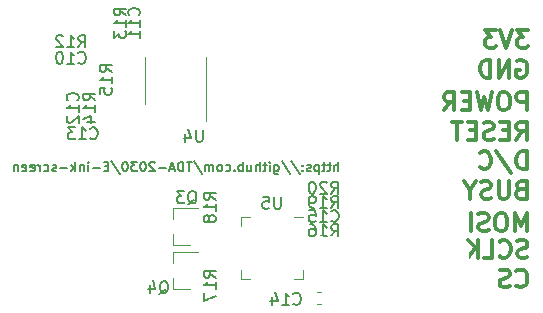
<source format=gbo>
G04 #@! TF.GenerationSoftware,KiCad,Pcbnew,(5.1.6)-1*
G04 #@! TF.CreationDate,2020-09-05T22:14:23+08:00*
G04 #@! TF.ProjectId,epaper,65706170-6572-42e6-9b69-6361645f7063,rev?*
G04 #@! TF.SameCoordinates,Original*
G04 #@! TF.FileFunction,Legend,Bot*
G04 #@! TF.FilePolarity,Positive*
%FSLAX46Y46*%
G04 Gerber Fmt 4.6, Leading zero omitted, Abs format (unit mm)*
G04 Created by KiCad (PCBNEW (5.1.6)-1) date 2020-09-05 22:14:23*
%MOMM*%
%LPD*%
G01*
G04 APERTURE LIST*
%ADD10C,0.150000*%
%ADD11C,0.300000*%
%ADD12C,0.120000*%
%ADD13R,1.000000X0.900000*%
%ADD14R,3.450000X3.450000*%
%ADD15O,1.800000X1.800000*%
%ADD16R,1.800000X1.800000*%
%ADD17O,1.100000X1.700000*%
%ADD18C,0.750000*%
%ADD19O,1.100000X2.200000*%
G04 APERTURE END LIST*
D10*
X115233333Y-106361904D02*
X115233333Y-105561904D01*
X114890476Y-106361904D02*
X114890476Y-105942857D01*
X114928571Y-105866666D01*
X115004761Y-105828571D01*
X115119047Y-105828571D01*
X115195238Y-105866666D01*
X115233333Y-105904761D01*
X114623809Y-105828571D02*
X114319047Y-105828571D01*
X114509523Y-105561904D02*
X114509523Y-106247619D01*
X114471428Y-106323809D01*
X114395238Y-106361904D01*
X114319047Y-106361904D01*
X114166666Y-105828571D02*
X113861904Y-105828571D01*
X114052380Y-105561904D02*
X114052380Y-106247619D01*
X114014285Y-106323809D01*
X113938095Y-106361904D01*
X113861904Y-106361904D01*
X113595238Y-105828571D02*
X113595238Y-106628571D01*
X113595238Y-105866666D02*
X113519047Y-105828571D01*
X113366666Y-105828571D01*
X113290476Y-105866666D01*
X113252380Y-105904761D01*
X113214285Y-105980952D01*
X113214285Y-106209523D01*
X113252380Y-106285714D01*
X113290476Y-106323809D01*
X113366666Y-106361904D01*
X113519047Y-106361904D01*
X113595238Y-106323809D01*
X112909523Y-106323809D02*
X112833333Y-106361904D01*
X112680952Y-106361904D01*
X112604761Y-106323809D01*
X112566666Y-106247619D01*
X112566666Y-106209523D01*
X112604761Y-106133333D01*
X112680952Y-106095238D01*
X112795238Y-106095238D01*
X112871428Y-106057142D01*
X112909523Y-105980952D01*
X112909523Y-105942857D01*
X112871428Y-105866666D01*
X112795238Y-105828571D01*
X112680952Y-105828571D01*
X112604761Y-105866666D01*
X112223809Y-106285714D02*
X112185714Y-106323809D01*
X112223809Y-106361904D01*
X112261904Y-106323809D01*
X112223809Y-106285714D01*
X112223809Y-106361904D01*
X112223809Y-105866666D02*
X112185714Y-105904761D01*
X112223809Y-105942857D01*
X112261904Y-105904761D01*
X112223809Y-105866666D01*
X112223809Y-105942857D01*
X111271428Y-105523809D02*
X111957142Y-106552380D01*
X110433333Y-105523809D02*
X111119047Y-106552380D01*
X109823809Y-105828571D02*
X109823809Y-106476190D01*
X109861904Y-106552380D01*
X109900000Y-106590476D01*
X109976190Y-106628571D01*
X110090476Y-106628571D01*
X110166666Y-106590476D01*
X109823809Y-106323809D02*
X109900000Y-106361904D01*
X110052380Y-106361904D01*
X110128571Y-106323809D01*
X110166666Y-106285714D01*
X110204761Y-106209523D01*
X110204761Y-105980952D01*
X110166666Y-105904761D01*
X110128571Y-105866666D01*
X110052380Y-105828571D01*
X109900000Y-105828571D01*
X109823809Y-105866666D01*
X109442857Y-106361904D02*
X109442857Y-105828571D01*
X109442857Y-105561904D02*
X109480952Y-105600000D01*
X109442857Y-105638095D01*
X109404761Y-105600000D01*
X109442857Y-105561904D01*
X109442857Y-105638095D01*
X109176190Y-105828571D02*
X108871428Y-105828571D01*
X109061904Y-105561904D02*
X109061904Y-106247619D01*
X109023809Y-106323809D01*
X108947619Y-106361904D01*
X108871428Y-106361904D01*
X108604761Y-106361904D02*
X108604761Y-105561904D01*
X108261904Y-106361904D02*
X108261904Y-105942857D01*
X108300000Y-105866666D01*
X108376190Y-105828571D01*
X108490476Y-105828571D01*
X108566666Y-105866666D01*
X108604761Y-105904761D01*
X107538095Y-105828571D02*
X107538095Y-106361904D01*
X107880952Y-105828571D02*
X107880952Y-106247619D01*
X107842857Y-106323809D01*
X107766666Y-106361904D01*
X107652380Y-106361904D01*
X107576190Y-106323809D01*
X107538095Y-106285714D01*
X107157142Y-106361904D02*
X107157142Y-105561904D01*
X107157142Y-105866666D02*
X107080952Y-105828571D01*
X106928571Y-105828571D01*
X106852380Y-105866666D01*
X106814285Y-105904761D01*
X106776190Y-105980952D01*
X106776190Y-106209523D01*
X106814285Y-106285714D01*
X106852380Y-106323809D01*
X106928571Y-106361904D01*
X107080952Y-106361904D01*
X107157142Y-106323809D01*
X106433333Y-106285714D02*
X106395238Y-106323809D01*
X106433333Y-106361904D01*
X106471428Y-106323809D01*
X106433333Y-106285714D01*
X106433333Y-106361904D01*
X105709523Y-106323809D02*
X105785714Y-106361904D01*
X105938095Y-106361904D01*
X106014285Y-106323809D01*
X106052380Y-106285714D01*
X106090476Y-106209523D01*
X106090476Y-105980952D01*
X106052380Y-105904761D01*
X106014285Y-105866666D01*
X105938095Y-105828571D01*
X105785714Y-105828571D01*
X105709523Y-105866666D01*
X105252380Y-106361904D02*
X105328571Y-106323809D01*
X105366666Y-106285714D01*
X105404761Y-106209523D01*
X105404761Y-105980952D01*
X105366666Y-105904761D01*
X105328571Y-105866666D01*
X105252380Y-105828571D01*
X105138095Y-105828571D01*
X105061904Y-105866666D01*
X105023809Y-105904761D01*
X104985714Y-105980952D01*
X104985714Y-106209523D01*
X105023809Y-106285714D01*
X105061904Y-106323809D01*
X105138095Y-106361904D01*
X105252380Y-106361904D01*
X104642857Y-106361904D02*
X104642857Y-105828571D01*
X104642857Y-105904761D02*
X104604761Y-105866666D01*
X104528571Y-105828571D01*
X104414285Y-105828571D01*
X104338095Y-105866666D01*
X104300000Y-105942857D01*
X104300000Y-106361904D01*
X104300000Y-105942857D02*
X104261904Y-105866666D01*
X104185714Y-105828571D01*
X104071428Y-105828571D01*
X103995238Y-105866666D01*
X103957142Y-105942857D01*
X103957142Y-106361904D01*
X103004761Y-105523809D02*
X103690476Y-106552380D01*
X102852380Y-105561904D02*
X102395238Y-105561904D01*
X102623809Y-106361904D02*
X102623809Y-105561904D01*
X102128571Y-106361904D02*
X102128571Y-105561904D01*
X101938095Y-105561904D01*
X101823809Y-105600000D01*
X101747619Y-105676190D01*
X101709523Y-105752380D01*
X101671428Y-105904761D01*
X101671428Y-106019047D01*
X101709523Y-106171428D01*
X101747619Y-106247619D01*
X101823809Y-106323809D01*
X101938095Y-106361904D01*
X102128571Y-106361904D01*
X101366666Y-106133333D02*
X100985714Y-106133333D01*
X101442857Y-106361904D02*
X101176190Y-105561904D01*
X100909523Y-106361904D01*
X100642857Y-106057142D02*
X100033333Y-106057142D01*
X99690476Y-105638095D02*
X99652380Y-105600000D01*
X99576190Y-105561904D01*
X99385714Y-105561904D01*
X99309523Y-105600000D01*
X99271428Y-105638095D01*
X99233333Y-105714285D01*
X99233333Y-105790476D01*
X99271428Y-105904761D01*
X99728571Y-106361904D01*
X99233333Y-106361904D01*
X98738095Y-105561904D02*
X98661904Y-105561904D01*
X98585714Y-105600000D01*
X98547619Y-105638095D01*
X98509523Y-105714285D01*
X98471428Y-105866666D01*
X98471428Y-106057142D01*
X98509523Y-106209523D01*
X98547619Y-106285714D01*
X98585714Y-106323809D01*
X98661904Y-106361904D01*
X98738095Y-106361904D01*
X98814285Y-106323809D01*
X98852380Y-106285714D01*
X98890476Y-106209523D01*
X98928571Y-106057142D01*
X98928571Y-105866666D01*
X98890476Y-105714285D01*
X98852380Y-105638095D01*
X98814285Y-105600000D01*
X98738095Y-105561904D01*
X98204761Y-105561904D02*
X97709523Y-105561904D01*
X97976190Y-105866666D01*
X97861904Y-105866666D01*
X97785714Y-105904761D01*
X97747619Y-105942857D01*
X97709523Y-106019047D01*
X97709523Y-106209523D01*
X97747619Y-106285714D01*
X97785714Y-106323809D01*
X97861904Y-106361904D01*
X98090476Y-106361904D01*
X98166666Y-106323809D01*
X98204761Y-106285714D01*
X97214285Y-105561904D02*
X97138095Y-105561904D01*
X97061904Y-105600000D01*
X97023809Y-105638095D01*
X96985714Y-105714285D01*
X96947619Y-105866666D01*
X96947619Y-106057142D01*
X96985714Y-106209523D01*
X97023809Y-106285714D01*
X97061904Y-106323809D01*
X97138095Y-106361904D01*
X97214285Y-106361904D01*
X97290476Y-106323809D01*
X97328571Y-106285714D01*
X97366666Y-106209523D01*
X97404761Y-106057142D01*
X97404761Y-105866666D01*
X97366666Y-105714285D01*
X97328571Y-105638095D01*
X97290476Y-105600000D01*
X97214285Y-105561904D01*
X96033333Y-105523809D02*
X96719047Y-106552380D01*
X95766666Y-105942857D02*
X95500000Y-105942857D01*
X95385714Y-106361904D02*
X95766666Y-106361904D01*
X95766666Y-105561904D01*
X95385714Y-105561904D01*
X95042857Y-106057142D02*
X94433333Y-106057142D01*
X94052380Y-106361904D02*
X94052380Y-105828571D01*
X94052380Y-105561904D02*
X94090476Y-105600000D01*
X94052380Y-105638095D01*
X94014285Y-105600000D01*
X94052380Y-105561904D01*
X94052380Y-105638095D01*
X93671428Y-105828571D02*
X93671428Y-106361904D01*
X93671428Y-105904761D02*
X93633333Y-105866666D01*
X93557142Y-105828571D01*
X93442857Y-105828571D01*
X93366666Y-105866666D01*
X93328571Y-105942857D01*
X93328571Y-106361904D01*
X92947619Y-106361904D02*
X92947619Y-105561904D01*
X92871428Y-106057142D02*
X92642857Y-106361904D01*
X92642857Y-105828571D02*
X92947619Y-106133333D01*
X92300000Y-106057142D02*
X91690476Y-106057142D01*
X91347619Y-106323809D02*
X91271428Y-106361904D01*
X91119047Y-106361904D01*
X91042857Y-106323809D01*
X91004761Y-106247619D01*
X91004761Y-106209523D01*
X91042857Y-106133333D01*
X91119047Y-106095238D01*
X91233333Y-106095238D01*
X91309523Y-106057142D01*
X91347619Y-105980952D01*
X91347619Y-105942857D01*
X91309523Y-105866666D01*
X91233333Y-105828571D01*
X91119047Y-105828571D01*
X91042857Y-105866666D01*
X90319047Y-106323809D02*
X90395238Y-106361904D01*
X90547619Y-106361904D01*
X90623809Y-106323809D01*
X90661904Y-106285714D01*
X90700000Y-106209523D01*
X90700000Y-105980952D01*
X90661904Y-105904761D01*
X90623809Y-105866666D01*
X90547619Y-105828571D01*
X90395238Y-105828571D01*
X90319047Y-105866666D01*
X89976190Y-106361904D02*
X89976190Y-105828571D01*
X89976190Y-105980952D02*
X89938095Y-105904761D01*
X89900000Y-105866666D01*
X89823809Y-105828571D01*
X89747619Y-105828571D01*
X89176190Y-106323809D02*
X89252380Y-106361904D01*
X89404761Y-106361904D01*
X89480952Y-106323809D01*
X89519047Y-106247619D01*
X89519047Y-105942857D01*
X89480952Y-105866666D01*
X89404761Y-105828571D01*
X89252380Y-105828571D01*
X89176190Y-105866666D01*
X89138095Y-105942857D01*
X89138095Y-106019047D01*
X89519047Y-106095238D01*
X88490476Y-106323809D02*
X88566666Y-106361904D01*
X88719047Y-106361904D01*
X88795238Y-106323809D01*
X88833333Y-106247619D01*
X88833333Y-105942857D01*
X88795238Y-105866666D01*
X88719047Y-105828571D01*
X88566666Y-105828571D01*
X88490476Y-105866666D01*
X88452380Y-105942857D01*
X88452380Y-106019047D01*
X88833333Y-106095238D01*
X88109523Y-105828571D02*
X88109523Y-106361904D01*
X88109523Y-105904761D02*
X88071428Y-105866666D01*
X87995238Y-105828571D01*
X87880952Y-105828571D01*
X87804761Y-105866666D01*
X87766666Y-105942857D01*
X87766666Y-106361904D01*
D11*
X131178571Y-101178571D02*
X131178571Y-99678571D01*
X130607143Y-99678571D01*
X130464286Y-99750000D01*
X130392857Y-99821428D01*
X130321428Y-99964285D01*
X130321428Y-100178571D01*
X130392857Y-100321428D01*
X130464286Y-100392857D01*
X130607143Y-100464285D01*
X131178571Y-100464285D01*
X129392857Y-99678571D02*
X129107143Y-99678571D01*
X128964286Y-99750000D01*
X128821428Y-99892857D01*
X128750000Y-100178571D01*
X128750000Y-100678571D01*
X128821428Y-100964285D01*
X128964286Y-101107142D01*
X129107143Y-101178571D01*
X129392857Y-101178571D01*
X129535714Y-101107142D01*
X129678571Y-100964285D01*
X129750000Y-100678571D01*
X129750000Y-100178571D01*
X129678571Y-99892857D01*
X129535714Y-99750000D01*
X129392857Y-99678571D01*
X128250000Y-99678571D02*
X127892857Y-101178571D01*
X127607143Y-100107142D01*
X127321428Y-101178571D01*
X126964286Y-99678571D01*
X126392857Y-100392857D02*
X125892857Y-100392857D01*
X125678571Y-101178571D02*
X126392857Y-101178571D01*
X126392857Y-99678571D01*
X125678571Y-99678571D01*
X124178571Y-101178571D02*
X124678571Y-100464285D01*
X125035714Y-101178571D02*
X125035714Y-99678571D01*
X124464286Y-99678571D01*
X124321428Y-99750000D01*
X124250000Y-99821428D01*
X124178571Y-99964285D01*
X124178571Y-100178571D01*
X124250000Y-100321428D01*
X124321428Y-100392857D01*
X124464286Y-100464285D01*
X125035714Y-100464285D01*
X130321429Y-116035714D02*
X130392857Y-116107142D01*
X130607143Y-116178571D01*
X130750000Y-116178571D01*
X130964286Y-116107142D01*
X131107143Y-115964285D01*
X131178571Y-115821428D01*
X131250000Y-115535714D01*
X131250000Y-115321428D01*
X131178571Y-115035714D01*
X131107143Y-114892857D01*
X130964286Y-114750000D01*
X130750000Y-114678571D01*
X130607143Y-114678571D01*
X130392857Y-114750000D01*
X130321429Y-114821428D01*
X129750000Y-116107142D02*
X129535714Y-116178571D01*
X129178571Y-116178571D01*
X129035714Y-116107142D01*
X128964286Y-116035714D01*
X128892857Y-115892857D01*
X128892857Y-115750000D01*
X128964286Y-115607142D01*
X129035714Y-115535714D01*
X129178571Y-115464285D01*
X129464286Y-115392857D01*
X129607143Y-115321428D01*
X129678571Y-115250000D01*
X129750000Y-115107142D01*
X129750000Y-114964285D01*
X129678571Y-114821428D01*
X129607143Y-114750000D01*
X129464286Y-114678571D01*
X129107143Y-114678571D01*
X128892857Y-114750000D01*
X131250000Y-113607142D02*
X131035714Y-113678571D01*
X130678571Y-113678571D01*
X130535714Y-113607142D01*
X130464286Y-113535714D01*
X130392857Y-113392857D01*
X130392857Y-113250000D01*
X130464286Y-113107142D01*
X130535714Y-113035714D01*
X130678571Y-112964285D01*
X130964286Y-112892857D01*
X131107143Y-112821428D01*
X131178571Y-112750000D01*
X131250000Y-112607142D01*
X131250000Y-112464285D01*
X131178571Y-112321428D01*
X131107143Y-112250000D01*
X130964286Y-112178571D01*
X130607143Y-112178571D01*
X130392857Y-112250000D01*
X128892857Y-113535714D02*
X128964286Y-113607142D01*
X129178571Y-113678571D01*
X129321428Y-113678571D01*
X129535714Y-113607142D01*
X129678571Y-113464285D01*
X129750000Y-113321428D01*
X129821428Y-113035714D01*
X129821428Y-112821428D01*
X129750000Y-112535714D01*
X129678571Y-112392857D01*
X129535714Y-112250000D01*
X129321428Y-112178571D01*
X129178571Y-112178571D01*
X128964286Y-112250000D01*
X128892857Y-112321428D01*
X127535714Y-113678571D02*
X128250000Y-113678571D01*
X128250000Y-112178571D01*
X127035714Y-113678571D02*
X127035714Y-112178571D01*
X126178571Y-113678571D02*
X126821428Y-112821428D01*
X126178571Y-112178571D02*
X127035714Y-113035714D01*
X131178571Y-111428571D02*
X131178571Y-109928571D01*
X130678571Y-111000000D01*
X130178571Y-109928571D01*
X130178571Y-111428571D01*
X129178571Y-109928571D02*
X128892857Y-109928571D01*
X128750000Y-110000000D01*
X128607143Y-110142857D01*
X128535714Y-110428571D01*
X128535714Y-110928571D01*
X128607143Y-111214285D01*
X128750000Y-111357142D01*
X128892857Y-111428571D01*
X129178571Y-111428571D01*
X129321429Y-111357142D01*
X129464286Y-111214285D01*
X129535714Y-110928571D01*
X129535714Y-110428571D01*
X129464286Y-110142857D01*
X129321429Y-110000000D01*
X129178571Y-109928571D01*
X127964286Y-111357142D02*
X127750000Y-111428571D01*
X127392857Y-111428571D01*
X127250000Y-111357142D01*
X127178571Y-111285714D01*
X127107143Y-111142857D01*
X127107143Y-111000000D01*
X127178571Y-110857142D01*
X127250000Y-110785714D01*
X127392857Y-110714285D01*
X127678571Y-110642857D01*
X127821429Y-110571428D01*
X127892857Y-110500000D01*
X127964286Y-110357142D01*
X127964286Y-110214285D01*
X127892857Y-110071428D01*
X127821429Y-110000000D01*
X127678571Y-109928571D01*
X127321429Y-109928571D01*
X127107143Y-110000000D01*
X126464286Y-111428571D02*
X126464286Y-109928571D01*
X130678572Y-107892857D02*
X130464286Y-107964285D01*
X130392858Y-108035714D01*
X130321429Y-108178571D01*
X130321429Y-108392857D01*
X130392858Y-108535714D01*
X130464286Y-108607142D01*
X130607143Y-108678571D01*
X131178572Y-108678571D01*
X131178572Y-107178571D01*
X130678572Y-107178571D01*
X130535715Y-107250000D01*
X130464286Y-107321428D01*
X130392858Y-107464285D01*
X130392858Y-107607142D01*
X130464286Y-107750000D01*
X130535715Y-107821428D01*
X130678572Y-107892857D01*
X131178572Y-107892857D01*
X129678572Y-107178571D02*
X129678572Y-108392857D01*
X129607143Y-108535714D01*
X129535715Y-108607142D01*
X129392858Y-108678571D01*
X129107143Y-108678571D01*
X128964286Y-108607142D01*
X128892858Y-108535714D01*
X128821429Y-108392857D01*
X128821429Y-107178571D01*
X128178572Y-108607142D02*
X127964286Y-108678571D01*
X127607143Y-108678571D01*
X127464286Y-108607142D01*
X127392858Y-108535714D01*
X127321429Y-108392857D01*
X127321429Y-108250000D01*
X127392858Y-108107142D01*
X127464286Y-108035714D01*
X127607143Y-107964285D01*
X127892858Y-107892857D01*
X128035715Y-107821428D01*
X128107143Y-107750000D01*
X128178572Y-107607142D01*
X128178572Y-107464285D01*
X128107143Y-107321428D01*
X128035715Y-107250000D01*
X127892858Y-107178571D01*
X127535715Y-107178571D01*
X127321429Y-107250000D01*
X126392858Y-107964285D02*
X126392858Y-108678571D01*
X126892858Y-107178571D02*
X126392858Y-107964285D01*
X125892858Y-107178571D01*
X131178571Y-106178571D02*
X131178571Y-104678571D01*
X130821428Y-104678571D01*
X130607142Y-104750000D01*
X130464285Y-104892857D01*
X130392857Y-105035714D01*
X130321428Y-105321428D01*
X130321428Y-105535714D01*
X130392857Y-105821428D01*
X130464285Y-105964285D01*
X130607142Y-106107142D01*
X130821428Y-106178571D01*
X131178571Y-106178571D01*
X128607142Y-104607142D02*
X129892857Y-106535714D01*
X127250000Y-106035714D02*
X127321428Y-106107142D01*
X127535714Y-106178571D01*
X127678571Y-106178571D01*
X127892857Y-106107142D01*
X128035714Y-105964285D01*
X128107142Y-105821428D01*
X128178571Y-105535714D01*
X128178571Y-105321428D01*
X128107142Y-105035714D01*
X128035714Y-104892857D01*
X127892857Y-104750000D01*
X127678571Y-104678571D01*
X127535714Y-104678571D01*
X127321428Y-104750000D01*
X127250000Y-104821428D01*
X130321429Y-103678571D02*
X130821429Y-102964285D01*
X131178572Y-103678571D02*
X131178572Y-102178571D01*
X130607143Y-102178571D01*
X130464286Y-102250000D01*
X130392858Y-102321428D01*
X130321429Y-102464285D01*
X130321429Y-102678571D01*
X130392858Y-102821428D01*
X130464286Y-102892857D01*
X130607143Y-102964285D01*
X131178572Y-102964285D01*
X129678572Y-102892857D02*
X129178572Y-102892857D01*
X128964286Y-103678571D02*
X129678572Y-103678571D01*
X129678572Y-102178571D01*
X128964286Y-102178571D01*
X128392858Y-103607142D02*
X128178572Y-103678571D01*
X127821429Y-103678571D01*
X127678572Y-103607142D01*
X127607143Y-103535714D01*
X127535715Y-103392857D01*
X127535715Y-103250000D01*
X127607143Y-103107142D01*
X127678572Y-103035714D01*
X127821429Y-102964285D01*
X128107143Y-102892857D01*
X128250000Y-102821428D01*
X128321429Y-102750000D01*
X128392858Y-102607142D01*
X128392858Y-102464285D01*
X128321429Y-102321428D01*
X128250000Y-102250000D01*
X128107143Y-102178571D01*
X127750000Y-102178571D01*
X127535715Y-102250000D01*
X126892858Y-102892857D02*
X126392858Y-102892857D01*
X126178572Y-103678571D02*
X126892858Y-103678571D01*
X126892858Y-102178571D01*
X126178572Y-102178571D01*
X125750000Y-102178571D02*
X124892858Y-102178571D01*
X125321429Y-103678571D02*
X125321429Y-102178571D01*
X131321428Y-94428571D02*
X130392857Y-94428571D01*
X130892857Y-95000000D01*
X130678571Y-95000000D01*
X130535714Y-95071428D01*
X130464286Y-95142857D01*
X130392857Y-95285714D01*
X130392857Y-95642857D01*
X130464286Y-95785714D01*
X130535714Y-95857142D01*
X130678571Y-95928571D01*
X131107143Y-95928571D01*
X131250000Y-95857142D01*
X131321428Y-95785714D01*
X129964286Y-94428571D02*
X129464286Y-95928571D01*
X128964286Y-94428571D01*
X128607143Y-94428571D02*
X127678571Y-94428571D01*
X128178571Y-95000000D01*
X127964286Y-95000000D01*
X127821428Y-95071428D01*
X127750000Y-95142857D01*
X127678571Y-95285714D01*
X127678571Y-95642857D01*
X127750000Y-95785714D01*
X127821428Y-95857142D01*
X127964286Y-95928571D01*
X128392857Y-95928571D01*
X128535714Y-95857142D01*
X128607143Y-95785714D01*
X130392857Y-97000000D02*
X130535714Y-96928571D01*
X130750000Y-96928571D01*
X130964285Y-97000000D01*
X131107142Y-97142857D01*
X131178571Y-97285714D01*
X131250000Y-97571428D01*
X131250000Y-97785714D01*
X131178571Y-98071428D01*
X131107142Y-98214285D01*
X130964285Y-98357142D01*
X130750000Y-98428571D01*
X130607142Y-98428571D01*
X130392857Y-98357142D01*
X130321428Y-98285714D01*
X130321428Y-97785714D01*
X130607142Y-97785714D01*
X129678571Y-98428571D02*
X129678571Y-96928571D01*
X128821428Y-98428571D01*
X128821428Y-96928571D01*
X128107142Y-98428571D02*
X128107142Y-96928571D01*
X127750000Y-96928571D01*
X127535714Y-97000000D01*
X127392857Y-97142857D01*
X127321428Y-97285714D01*
X127250000Y-97571428D01*
X127250000Y-97785714D01*
X127321428Y-98071428D01*
X127392857Y-98214285D01*
X127535714Y-98357142D01*
X127750000Y-98428571D01*
X128107142Y-98428571D01*
D12*
X101240000Y-116335001D02*
X102700000Y-116335001D01*
X101240000Y-113175001D02*
X103400000Y-113175001D01*
X101240000Y-113175001D02*
X101240000Y-114105001D01*
X101240000Y-116335001D02*
X101240000Y-115405001D01*
X101240000Y-112630000D02*
X102700000Y-112630000D01*
X101240000Y-109470000D02*
X103400000Y-109470000D01*
X101240000Y-109470000D02*
X101240000Y-110400000D01*
X101240000Y-112630000D02*
X101240000Y-111700000D01*
X107739999Y-110265001D02*
X107014999Y-110265001D01*
X107014999Y-110265001D02*
X107014999Y-110990001D01*
X111509999Y-115485001D02*
X112234999Y-115485001D01*
X112234999Y-115485001D02*
X112234999Y-114760001D01*
X107739999Y-115485001D02*
X107014999Y-115485001D01*
X107014999Y-115485001D02*
X107014999Y-114760001D01*
X111509999Y-110265001D02*
X112234999Y-110265001D01*
X113437221Y-116590000D02*
X113762779Y-116590000D01*
X113437221Y-117610000D02*
X113762779Y-117610000D01*
X104014999Y-98674999D02*
X104014999Y-102124999D01*
X104014999Y-98674999D02*
X104014999Y-96724999D01*
X98894999Y-98674999D02*
X98894999Y-100624999D01*
X98894999Y-98674999D02*
X98894999Y-96724999D01*
D10*
X114642857Y-108252380D02*
X114976190Y-107776190D01*
X115214285Y-108252380D02*
X115214285Y-107252380D01*
X114833333Y-107252380D01*
X114738095Y-107300000D01*
X114690476Y-107347619D01*
X114642857Y-107442857D01*
X114642857Y-107585714D01*
X114690476Y-107680952D01*
X114738095Y-107728571D01*
X114833333Y-107776190D01*
X115214285Y-107776190D01*
X114261904Y-107347619D02*
X114214285Y-107300000D01*
X114119047Y-107252380D01*
X113880952Y-107252380D01*
X113785714Y-107300000D01*
X113738095Y-107347619D01*
X113690476Y-107442857D01*
X113690476Y-107538095D01*
X113738095Y-107680952D01*
X114309523Y-108252380D01*
X113690476Y-108252380D01*
X113071428Y-107252380D02*
X112976190Y-107252380D01*
X112880952Y-107300000D01*
X112833333Y-107347619D01*
X112785714Y-107442857D01*
X112738095Y-107633333D01*
X112738095Y-107871428D01*
X112785714Y-108061904D01*
X112833333Y-108157142D01*
X112880952Y-108204761D01*
X112976190Y-108252380D01*
X113071428Y-108252380D01*
X113166666Y-108204761D01*
X113214285Y-108157142D01*
X113261904Y-108061904D01*
X113309523Y-107871428D01*
X113309523Y-107633333D01*
X113261904Y-107442857D01*
X113214285Y-107347619D01*
X113166666Y-107300000D01*
X113071428Y-107252380D01*
X114642857Y-109452380D02*
X114976190Y-108976190D01*
X115214285Y-109452380D02*
X115214285Y-108452380D01*
X114833333Y-108452380D01*
X114738095Y-108500000D01*
X114690476Y-108547619D01*
X114642857Y-108642857D01*
X114642857Y-108785714D01*
X114690476Y-108880952D01*
X114738095Y-108928571D01*
X114833333Y-108976190D01*
X115214285Y-108976190D01*
X113690476Y-109452380D02*
X114261904Y-109452380D01*
X113976190Y-109452380D02*
X113976190Y-108452380D01*
X114071428Y-108595238D01*
X114166666Y-108690476D01*
X114261904Y-108738095D01*
X113214285Y-109452380D02*
X113023809Y-109452380D01*
X112928571Y-109404761D01*
X112880952Y-109357142D01*
X112785714Y-109214285D01*
X112738095Y-109023809D01*
X112738095Y-108642857D01*
X112785714Y-108547619D01*
X112833333Y-108500000D01*
X112928571Y-108452380D01*
X113119047Y-108452380D01*
X113214285Y-108500000D01*
X113261904Y-108547619D01*
X113309523Y-108642857D01*
X113309523Y-108880952D01*
X113261904Y-108976190D01*
X113214285Y-109023809D01*
X113119047Y-109071428D01*
X112928571Y-109071428D01*
X112833333Y-109023809D01*
X112785714Y-108976190D01*
X112738095Y-108880952D01*
X100095238Y-116747619D02*
X100190476Y-116700000D01*
X100285714Y-116604761D01*
X100428571Y-116461904D01*
X100523809Y-116414285D01*
X100619047Y-116414285D01*
X100571428Y-116652380D02*
X100666666Y-116604761D01*
X100761904Y-116509523D01*
X100809523Y-116319047D01*
X100809523Y-115985714D01*
X100761904Y-115795238D01*
X100666666Y-115700000D01*
X100571428Y-115652380D01*
X100380952Y-115652380D01*
X100285714Y-115700000D01*
X100190476Y-115795238D01*
X100142857Y-115985714D01*
X100142857Y-116319047D01*
X100190476Y-116509523D01*
X100285714Y-116604761D01*
X100380952Y-116652380D01*
X100571428Y-116652380D01*
X99285714Y-115985714D02*
X99285714Y-116652380D01*
X99523809Y-115604761D02*
X99761904Y-116319047D01*
X99142857Y-116319047D01*
X102495238Y-109147619D02*
X102590476Y-109100000D01*
X102685714Y-109004761D01*
X102828571Y-108861904D01*
X102923809Y-108814285D01*
X103019047Y-108814285D01*
X102971428Y-109052380D02*
X103066666Y-109004761D01*
X103161904Y-108909523D01*
X103209523Y-108719047D01*
X103209523Y-108385714D01*
X103161904Y-108195238D01*
X103066666Y-108100000D01*
X102971428Y-108052380D01*
X102780952Y-108052380D01*
X102685714Y-108100000D01*
X102590476Y-108195238D01*
X102542857Y-108385714D01*
X102542857Y-108719047D01*
X102590476Y-108909523D01*
X102685714Y-109004761D01*
X102780952Y-109052380D01*
X102971428Y-109052380D01*
X102209523Y-108052380D02*
X101590476Y-108052380D01*
X101923809Y-108433333D01*
X101780952Y-108433333D01*
X101685714Y-108480952D01*
X101638095Y-108528571D01*
X101590476Y-108623809D01*
X101590476Y-108861904D01*
X101638095Y-108957142D01*
X101685714Y-109004761D01*
X101780952Y-109052380D01*
X102066666Y-109052380D01*
X102161904Y-109004761D01*
X102209523Y-108957142D01*
X110386903Y-108527381D02*
X110386903Y-109336905D01*
X110339284Y-109432143D01*
X110291665Y-109479762D01*
X110196427Y-109527381D01*
X110005951Y-109527381D01*
X109910713Y-109479762D01*
X109863094Y-109432143D01*
X109815475Y-109336905D01*
X109815475Y-108527381D01*
X108863094Y-108527381D02*
X109339284Y-108527381D01*
X109386903Y-109003572D01*
X109339284Y-108955953D01*
X109244046Y-108908334D01*
X109005951Y-108908334D01*
X108910713Y-108955953D01*
X108863094Y-109003572D01*
X108815475Y-109098810D01*
X108815475Y-109336905D01*
X108863094Y-109432143D01*
X108910713Y-109479762D01*
X109005951Y-109527381D01*
X109244046Y-109527381D01*
X109339284Y-109479762D01*
X109386903Y-109432143D01*
X104852380Y-108757142D02*
X104376190Y-108423809D01*
X104852380Y-108185714D02*
X103852380Y-108185714D01*
X103852380Y-108566666D01*
X103900000Y-108661904D01*
X103947619Y-108709523D01*
X104042857Y-108757142D01*
X104185714Y-108757142D01*
X104280952Y-108709523D01*
X104328571Y-108661904D01*
X104376190Y-108566666D01*
X104376190Y-108185714D01*
X104852380Y-109709523D02*
X104852380Y-109138095D01*
X104852380Y-109423809D02*
X103852380Y-109423809D01*
X103995238Y-109328571D01*
X104090476Y-109233333D01*
X104138095Y-109138095D01*
X104280952Y-110280952D02*
X104233333Y-110185714D01*
X104185714Y-110138095D01*
X104090476Y-110090476D01*
X104042857Y-110090476D01*
X103947619Y-110138095D01*
X103900000Y-110185714D01*
X103852380Y-110280952D01*
X103852380Y-110471428D01*
X103900000Y-110566666D01*
X103947619Y-110614285D01*
X104042857Y-110661904D01*
X104090476Y-110661904D01*
X104185714Y-110614285D01*
X104233333Y-110566666D01*
X104280952Y-110471428D01*
X104280952Y-110280952D01*
X104328571Y-110185714D01*
X104376190Y-110138095D01*
X104471428Y-110090476D01*
X104661904Y-110090476D01*
X104757142Y-110138095D01*
X104804761Y-110185714D01*
X104852380Y-110280952D01*
X104852380Y-110471428D01*
X104804761Y-110566666D01*
X104757142Y-110614285D01*
X104661904Y-110661904D01*
X104471428Y-110661904D01*
X104376190Y-110614285D01*
X104328571Y-110566666D01*
X104280952Y-110471428D01*
X104852380Y-115357142D02*
X104376190Y-115023809D01*
X104852380Y-114785714D02*
X103852380Y-114785714D01*
X103852380Y-115166666D01*
X103900000Y-115261904D01*
X103947619Y-115309523D01*
X104042857Y-115357142D01*
X104185714Y-115357142D01*
X104280952Y-115309523D01*
X104328571Y-115261904D01*
X104376190Y-115166666D01*
X104376190Y-114785714D01*
X104852380Y-116309523D02*
X104852380Y-115738095D01*
X104852380Y-116023809D02*
X103852380Y-116023809D01*
X103995238Y-115928571D01*
X104090476Y-115833333D01*
X104138095Y-115738095D01*
X103852380Y-116642857D02*
X103852380Y-117309523D01*
X104852380Y-116880952D01*
X114642857Y-111852380D02*
X114976190Y-111376190D01*
X115214285Y-111852380D02*
X115214285Y-110852380D01*
X114833333Y-110852380D01*
X114738095Y-110900000D01*
X114690476Y-110947619D01*
X114642857Y-111042857D01*
X114642857Y-111185714D01*
X114690476Y-111280952D01*
X114738095Y-111328571D01*
X114833333Y-111376190D01*
X115214285Y-111376190D01*
X113690476Y-111852380D02*
X114261904Y-111852380D01*
X113976190Y-111852380D02*
X113976190Y-110852380D01*
X114071428Y-110995238D01*
X114166666Y-111090476D01*
X114261904Y-111138095D01*
X112833333Y-110852380D02*
X113023809Y-110852380D01*
X113119047Y-110900000D01*
X113166666Y-110947619D01*
X113261904Y-111090476D01*
X113309523Y-111280952D01*
X113309523Y-111661904D01*
X113261904Y-111757142D01*
X113214285Y-111804761D01*
X113119047Y-111852380D01*
X112928571Y-111852380D01*
X112833333Y-111804761D01*
X112785714Y-111757142D01*
X112738095Y-111661904D01*
X112738095Y-111423809D01*
X112785714Y-111328571D01*
X112833333Y-111280952D01*
X112928571Y-111233333D01*
X113119047Y-111233333D01*
X113214285Y-111280952D01*
X113261904Y-111328571D01*
X113309523Y-111423809D01*
X114642857Y-110557142D02*
X114690476Y-110604761D01*
X114833333Y-110652380D01*
X114928571Y-110652380D01*
X115071428Y-110604761D01*
X115166666Y-110509523D01*
X115214285Y-110414285D01*
X115261904Y-110223809D01*
X115261904Y-110080952D01*
X115214285Y-109890476D01*
X115166666Y-109795238D01*
X115071428Y-109700000D01*
X114928571Y-109652380D01*
X114833333Y-109652380D01*
X114690476Y-109700000D01*
X114642857Y-109747619D01*
X113690476Y-110652380D02*
X114261904Y-110652380D01*
X113976190Y-110652380D02*
X113976190Y-109652380D01*
X114071428Y-109795238D01*
X114166666Y-109890476D01*
X114261904Y-109938095D01*
X112785714Y-109652380D02*
X113261904Y-109652380D01*
X113309523Y-110128571D01*
X113261904Y-110080952D01*
X113166666Y-110033333D01*
X112928571Y-110033333D01*
X112833333Y-110080952D01*
X112785714Y-110128571D01*
X112738095Y-110223809D01*
X112738095Y-110461904D01*
X112785714Y-110557142D01*
X112833333Y-110604761D01*
X112928571Y-110652380D01*
X113166666Y-110652380D01*
X113261904Y-110604761D01*
X113309523Y-110557142D01*
X111442857Y-117557142D02*
X111490476Y-117604761D01*
X111633333Y-117652380D01*
X111728571Y-117652380D01*
X111871428Y-117604761D01*
X111966666Y-117509523D01*
X112014285Y-117414285D01*
X112061904Y-117223809D01*
X112061904Y-117080952D01*
X112014285Y-116890476D01*
X111966666Y-116795238D01*
X111871428Y-116700000D01*
X111728571Y-116652380D01*
X111633333Y-116652380D01*
X111490476Y-116700000D01*
X111442857Y-116747619D01*
X110490476Y-117652380D02*
X111061904Y-117652380D01*
X110776190Y-117652380D02*
X110776190Y-116652380D01*
X110871428Y-116795238D01*
X110966666Y-116890476D01*
X111061904Y-116938095D01*
X109633333Y-116985714D02*
X109633333Y-117652380D01*
X109871428Y-116604761D02*
X110109523Y-117319047D01*
X109490476Y-117319047D01*
X103761904Y-102852380D02*
X103761904Y-103661904D01*
X103714285Y-103757142D01*
X103666666Y-103804761D01*
X103571428Y-103852380D01*
X103380952Y-103852380D01*
X103285714Y-103804761D01*
X103238095Y-103757142D01*
X103190476Y-103661904D01*
X103190476Y-102852380D01*
X102285714Y-103185714D02*
X102285714Y-103852380D01*
X102523809Y-102804761D02*
X102761904Y-103519047D01*
X102142857Y-103519047D01*
X96052380Y-97957142D02*
X95576190Y-97623809D01*
X96052380Y-97385714D02*
X95052380Y-97385714D01*
X95052380Y-97766666D01*
X95100000Y-97861904D01*
X95147619Y-97909523D01*
X95242857Y-97957142D01*
X95385714Y-97957142D01*
X95480952Y-97909523D01*
X95528571Y-97861904D01*
X95576190Y-97766666D01*
X95576190Y-97385714D01*
X96052380Y-98909523D02*
X96052380Y-98338095D01*
X96052380Y-98623809D02*
X95052380Y-98623809D01*
X95195238Y-98528571D01*
X95290476Y-98433333D01*
X95338095Y-98338095D01*
X95052380Y-99814285D02*
X95052380Y-99338095D01*
X95528571Y-99290476D01*
X95480952Y-99338095D01*
X95433333Y-99433333D01*
X95433333Y-99671428D01*
X95480952Y-99766666D01*
X95528571Y-99814285D01*
X95623809Y-99861904D01*
X95861904Y-99861904D01*
X95957142Y-99814285D01*
X96004761Y-99766666D01*
X96052380Y-99671428D01*
X96052380Y-99433333D01*
X96004761Y-99338095D01*
X95957142Y-99290476D01*
X94652380Y-100357142D02*
X94176190Y-100023809D01*
X94652380Y-99785714D02*
X93652380Y-99785714D01*
X93652380Y-100166666D01*
X93700000Y-100261904D01*
X93747619Y-100309523D01*
X93842857Y-100357142D01*
X93985714Y-100357142D01*
X94080952Y-100309523D01*
X94128571Y-100261904D01*
X94176190Y-100166666D01*
X94176190Y-99785714D01*
X94652380Y-101309523D02*
X94652380Y-100738095D01*
X94652380Y-101023809D02*
X93652380Y-101023809D01*
X93795238Y-100928571D01*
X93890476Y-100833333D01*
X93938095Y-100738095D01*
X93985714Y-102166666D02*
X94652380Y-102166666D01*
X93604761Y-101928571D02*
X94319047Y-101690476D01*
X94319047Y-102309523D01*
X97252380Y-93157142D02*
X96776190Y-92823809D01*
X97252380Y-92585714D02*
X96252380Y-92585714D01*
X96252380Y-92966666D01*
X96300000Y-93061904D01*
X96347619Y-93109523D01*
X96442857Y-93157142D01*
X96585714Y-93157142D01*
X96680952Y-93109523D01*
X96728571Y-93061904D01*
X96776190Y-92966666D01*
X96776190Y-92585714D01*
X97252380Y-94109523D02*
X97252380Y-93538095D01*
X97252380Y-93823809D02*
X96252380Y-93823809D01*
X96395238Y-93728571D01*
X96490476Y-93633333D01*
X96538095Y-93538095D01*
X96252380Y-94442857D02*
X96252380Y-95061904D01*
X96633333Y-94728571D01*
X96633333Y-94871428D01*
X96680952Y-94966666D01*
X96728571Y-95014285D01*
X96823809Y-95061904D01*
X97061904Y-95061904D01*
X97157142Y-95014285D01*
X97204761Y-94966666D01*
X97252380Y-94871428D01*
X97252380Y-94585714D01*
X97204761Y-94490476D01*
X97157142Y-94442857D01*
X93242857Y-95852380D02*
X93576190Y-95376190D01*
X93814285Y-95852380D02*
X93814285Y-94852380D01*
X93433333Y-94852380D01*
X93338095Y-94900000D01*
X93290476Y-94947619D01*
X93242857Y-95042857D01*
X93242857Y-95185714D01*
X93290476Y-95280952D01*
X93338095Y-95328571D01*
X93433333Y-95376190D01*
X93814285Y-95376190D01*
X92290476Y-95852380D02*
X92861904Y-95852380D01*
X92576190Y-95852380D02*
X92576190Y-94852380D01*
X92671428Y-94995238D01*
X92766666Y-95090476D01*
X92861904Y-95138095D01*
X91909523Y-94947619D02*
X91861904Y-94900000D01*
X91766666Y-94852380D01*
X91528571Y-94852380D01*
X91433333Y-94900000D01*
X91385714Y-94947619D01*
X91338095Y-95042857D01*
X91338095Y-95138095D01*
X91385714Y-95280952D01*
X91957142Y-95852380D01*
X91338095Y-95852380D01*
X94242857Y-103557142D02*
X94290476Y-103604761D01*
X94433333Y-103652380D01*
X94528571Y-103652380D01*
X94671428Y-103604761D01*
X94766666Y-103509523D01*
X94814285Y-103414285D01*
X94861904Y-103223809D01*
X94861904Y-103080952D01*
X94814285Y-102890476D01*
X94766666Y-102795238D01*
X94671428Y-102700000D01*
X94528571Y-102652380D01*
X94433333Y-102652380D01*
X94290476Y-102700000D01*
X94242857Y-102747619D01*
X93290476Y-103652380D02*
X93861904Y-103652380D01*
X93576190Y-103652380D02*
X93576190Y-102652380D01*
X93671428Y-102795238D01*
X93766666Y-102890476D01*
X93861904Y-102938095D01*
X92957142Y-102652380D02*
X92338095Y-102652380D01*
X92671428Y-103033333D01*
X92528571Y-103033333D01*
X92433333Y-103080952D01*
X92385714Y-103128571D01*
X92338095Y-103223809D01*
X92338095Y-103461904D01*
X92385714Y-103557142D01*
X92433333Y-103604761D01*
X92528571Y-103652380D01*
X92814285Y-103652380D01*
X92909523Y-103604761D01*
X92957142Y-103557142D01*
X93157142Y-100357142D02*
X93204761Y-100309523D01*
X93252380Y-100166666D01*
X93252380Y-100071428D01*
X93204761Y-99928571D01*
X93109523Y-99833333D01*
X93014285Y-99785714D01*
X92823809Y-99738095D01*
X92680952Y-99738095D01*
X92490476Y-99785714D01*
X92395238Y-99833333D01*
X92300000Y-99928571D01*
X92252380Y-100071428D01*
X92252380Y-100166666D01*
X92300000Y-100309523D01*
X92347619Y-100357142D01*
X93252380Y-101309523D02*
X93252380Y-100738095D01*
X93252380Y-101023809D02*
X92252380Y-101023809D01*
X92395238Y-100928571D01*
X92490476Y-100833333D01*
X92538095Y-100738095D01*
X92347619Y-101690476D02*
X92300000Y-101738095D01*
X92252380Y-101833333D01*
X92252380Y-102071428D01*
X92300000Y-102166666D01*
X92347619Y-102214285D01*
X92442857Y-102261904D01*
X92538095Y-102261904D01*
X92680952Y-102214285D01*
X93252380Y-101642857D01*
X93252380Y-102261904D01*
X98357142Y-93157142D02*
X98404761Y-93109523D01*
X98452380Y-92966666D01*
X98452380Y-92871428D01*
X98404761Y-92728571D01*
X98309523Y-92633333D01*
X98214285Y-92585714D01*
X98023809Y-92538095D01*
X97880952Y-92538095D01*
X97690476Y-92585714D01*
X97595238Y-92633333D01*
X97500000Y-92728571D01*
X97452380Y-92871428D01*
X97452380Y-92966666D01*
X97500000Y-93109523D01*
X97547619Y-93157142D01*
X98452380Y-94109523D02*
X98452380Y-93538095D01*
X98452380Y-93823809D02*
X97452380Y-93823809D01*
X97595238Y-93728571D01*
X97690476Y-93633333D01*
X97738095Y-93538095D01*
X98452380Y-95061904D02*
X98452380Y-94490476D01*
X98452380Y-94776190D02*
X97452380Y-94776190D01*
X97595238Y-94680952D01*
X97690476Y-94585714D01*
X97738095Y-94490476D01*
X93242857Y-97157142D02*
X93290476Y-97204761D01*
X93433333Y-97252380D01*
X93528571Y-97252380D01*
X93671428Y-97204761D01*
X93766666Y-97109523D01*
X93814285Y-97014285D01*
X93861904Y-96823809D01*
X93861904Y-96680952D01*
X93814285Y-96490476D01*
X93766666Y-96395238D01*
X93671428Y-96300000D01*
X93528571Y-96252380D01*
X93433333Y-96252380D01*
X93290476Y-96300000D01*
X93242857Y-96347619D01*
X92290476Y-97252380D02*
X92861904Y-97252380D01*
X92576190Y-97252380D02*
X92576190Y-96252380D01*
X92671428Y-96395238D01*
X92766666Y-96490476D01*
X92861904Y-96538095D01*
X91671428Y-96252380D02*
X91576190Y-96252380D01*
X91480952Y-96300000D01*
X91433333Y-96347619D01*
X91385714Y-96442857D01*
X91338095Y-96633333D01*
X91338095Y-96871428D01*
X91385714Y-97061904D01*
X91433333Y-97157142D01*
X91480952Y-97204761D01*
X91576190Y-97252380D01*
X91671428Y-97252380D01*
X91766666Y-97204761D01*
X91814285Y-97157142D01*
X91861904Y-97061904D01*
X91909523Y-96871428D01*
X91909523Y-96633333D01*
X91861904Y-96442857D01*
X91814285Y-96347619D01*
X91766666Y-96300000D01*
X91671428Y-96252380D01*
%LPC*%
G36*
G01*
X114390000Y-112447500D02*
X114390000Y-112052500D01*
G75*
G02*
X114562500Y-111880000I172500J0D01*
G01*
X114907500Y-111880000D01*
G75*
G02*
X115080000Y-112052500I0J-172500D01*
G01*
X115080000Y-112447500D01*
G75*
G02*
X114907500Y-112620000I-172500J0D01*
G01*
X114562500Y-112620000D01*
G75*
G02*
X114390000Y-112447500I0J172500D01*
G01*
G37*
G36*
G01*
X113420000Y-112447500D02*
X113420000Y-112052500D01*
G75*
G02*
X113592500Y-111880000I172500J0D01*
G01*
X113937500Y-111880000D01*
G75*
G02*
X114110000Y-112052500I0J-172500D01*
G01*
X114110000Y-112447500D01*
G75*
G02*
X113937500Y-112620000I-172500J0D01*
G01*
X113592500Y-112620000D01*
G75*
G02*
X113420000Y-112447500I0J172500D01*
G01*
G37*
G36*
G01*
X114390000Y-113447500D02*
X114390000Y-113052500D01*
G75*
G02*
X114562500Y-112880000I172500J0D01*
G01*
X114907500Y-112880000D01*
G75*
G02*
X115080000Y-113052500I0J-172500D01*
G01*
X115080000Y-113447500D01*
G75*
G02*
X114907500Y-113620000I-172500J0D01*
G01*
X114562500Y-113620000D01*
G75*
G02*
X114390000Y-113447500I0J172500D01*
G01*
G37*
G36*
G01*
X113420000Y-113447500D02*
X113420000Y-113052500D01*
G75*
G02*
X113592500Y-112880000I172500J0D01*
G01*
X113937500Y-112880000D01*
G75*
G02*
X114110000Y-113052500I0J-172500D01*
G01*
X114110000Y-113447500D01*
G75*
G02*
X113937500Y-113620000I-172500J0D01*
G01*
X113592500Y-113620000D01*
G75*
G02*
X113420000Y-113447500I0J172500D01*
G01*
G37*
D13*
X101000000Y-114755001D03*
X103000000Y-115705001D03*
X103000000Y-113805001D03*
X101000000Y-111050000D03*
X103000000Y-112000000D03*
X103000000Y-110100000D03*
G36*
G01*
X112524999Y-111287501D02*
X112524999Y-111462501D01*
G75*
G02*
X112437499Y-111550001I-87500J0D01*
G01*
X111712499Y-111550001D01*
G75*
G02*
X111624999Y-111462501I0J87500D01*
G01*
X111624999Y-111287501D01*
G75*
G02*
X111712499Y-111200001I87500J0D01*
G01*
X112437499Y-111200001D01*
G75*
G02*
X112524999Y-111287501I0J-87500D01*
G01*
G37*
G36*
G01*
X112524999Y-111787501D02*
X112524999Y-111962501D01*
G75*
G02*
X112437499Y-112050001I-87500J0D01*
G01*
X111712499Y-112050001D01*
G75*
G02*
X111624999Y-111962501I0J87500D01*
G01*
X111624999Y-111787501D01*
G75*
G02*
X111712499Y-111700001I87500J0D01*
G01*
X112437499Y-111700001D01*
G75*
G02*
X112524999Y-111787501I0J-87500D01*
G01*
G37*
G36*
G01*
X112524999Y-112287501D02*
X112524999Y-112462501D01*
G75*
G02*
X112437499Y-112550001I-87500J0D01*
G01*
X111712499Y-112550001D01*
G75*
G02*
X111624999Y-112462501I0J87500D01*
G01*
X111624999Y-112287501D01*
G75*
G02*
X111712499Y-112200001I87500J0D01*
G01*
X112437499Y-112200001D01*
G75*
G02*
X112524999Y-112287501I0J-87500D01*
G01*
G37*
G36*
G01*
X112524999Y-112787501D02*
X112524999Y-112962501D01*
G75*
G02*
X112437499Y-113050001I-87500J0D01*
G01*
X111712499Y-113050001D01*
G75*
G02*
X111624999Y-112962501I0J87500D01*
G01*
X111624999Y-112787501D01*
G75*
G02*
X111712499Y-112700001I87500J0D01*
G01*
X112437499Y-112700001D01*
G75*
G02*
X112524999Y-112787501I0J-87500D01*
G01*
G37*
G36*
G01*
X112524999Y-113287501D02*
X112524999Y-113462501D01*
G75*
G02*
X112437499Y-113550001I-87500J0D01*
G01*
X111712499Y-113550001D01*
G75*
G02*
X111624999Y-113462501I0J87500D01*
G01*
X111624999Y-113287501D01*
G75*
G02*
X111712499Y-113200001I87500J0D01*
G01*
X112437499Y-113200001D01*
G75*
G02*
X112524999Y-113287501I0J-87500D01*
G01*
G37*
G36*
G01*
X112524999Y-113787501D02*
X112524999Y-113962501D01*
G75*
G02*
X112437499Y-114050001I-87500J0D01*
G01*
X111712499Y-114050001D01*
G75*
G02*
X111624999Y-113962501I0J87500D01*
G01*
X111624999Y-113787501D01*
G75*
G02*
X111712499Y-113700001I87500J0D01*
G01*
X112437499Y-113700001D01*
G75*
G02*
X112524999Y-113787501I0J-87500D01*
G01*
G37*
G36*
G01*
X112524999Y-114287501D02*
X112524999Y-114462501D01*
G75*
G02*
X112437499Y-114550001I-87500J0D01*
G01*
X111712499Y-114550001D01*
G75*
G02*
X111624999Y-114462501I0J87500D01*
G01*
X111624999Y-114287501D01*
G75*
G02*
X111712499Y-114200001I87500J0D01*
G01*
X112437499Y-114200001D01*
G75*
G02*
X112524999Y-114287501I0J-87500D01*
G01*
G37*
G36*
G01*
X111299999Y-114962501D02*
X111299999Y-115687501D01*
G75*
G02*
X111212499Y-115775001I-87500J0D01*
G01*
X111037499Y-115775001D01*
G75*
G02*
X110949999Y-115687501I0J87500D01*
G01*
X110949999Y-114962501D01*
G75*
G02*
X111037499Y-114875001I87500J0D01*
G01*
X111212499Y-114875001D01*
G75*
G02*
X111299999Y-114962501I0J-87500D01*
G01*
G37*
G36*
G01*
X110799999Y-114962501D02*
X110799999Y-115687501D01*
G75*
G02*
X110712499Y-115775001I-87500J0D01*
G01*
X110537499Y-115775001D01*
G75*
G02*
X110449999Y-115687501I0J87500D01*
G01*
X110449999Y-114962501D01*
G75*
G02*
X110537499Y-114875001I87500J0D01*
G01*
X110712499Y-114875001D01*
G75*
G02*
X110799999Y-114962501I0J-87500D01*
G01*
G37*
G36*
G01*
X110299999Y-114962501D02*
X110299999Y-115687501D01*
G75*
G02*
X110212499Y-115775001I-87500J0D01*
G01*
X110037499Y-115775001D01*
G75*
G02*
X109949999Y-115687501I0J87500D01*
G01*
X109949999Y-114962501D01*
G75*
G02*
X110037499Y-114875001I87500J0D01*
G01*
X110212499Y-114875001D01*
G75*
G02*
X110299999Y-114962501I0J-87500D01*
G01*
G37*
G36*
G01*
X109799999Y-114962501D02*
X109799999Y-115687501D01*
G75*
G02*
X109712499Y-115775001I-87500J0D01*
G01*
X109537499Y-115775001D01*
G75*
G02*
X109449999Y-115687501I0J87500D01*
G01*
X109449999Y-114962501D01*
G75*
G02*
X109537499Y-114875001I87500J0D01*
G01*
X109712499Y-114875001D01*
G75*
G02*
X109799999Y-114962501I0J-87500D01*
G01*
G37*
G36*
G01*
X109299999Y-114962501D02*
X109299999Y-115687501D01*
G75*
G02*
X109212499Y-115775001I-87500J0D01*
G01*
X109037499Y-115775001D01*
G75*
G02*
X108949999Y-115687501I0J87500D01*
G01*
X108949999Y-114962501D01*
G75*
G02*
X109037499Y-114875001I87500J0D01*
G01*
X109212499Y-114875001D01*
G75*
G02*
X109299999Y-114962501I0J-87500D01*
G01*
G37*
G36*
G01*
X108799999Y-114962501D02*
X108799999Y-115687501D01*
G75*
G02*
X108712499Y-115775001I-87500J0D01*
G01*
X108537499Y-115775001D01*
G75*
G02*
X108449999Y-115687501I0J87500D01*
G01*
X108449999Y-114962501D01*
G75*
G02*
X108537499Y-114875001I87500J0D01*
G01*
X108712499Y-114875001D01*
G75*
G02*
X108799999Y-114962501I0J-87500D01*
G01*
G37*
G36*
G01*
X108299999Y-114962501D02*
X108299999Y-115687501D01*
G75*
G02*
X108212499Y-115775001I-87500J0D01*
G01*
X108037499Y-115775001D01*
G75*
G02*
X107949999Y-115687501I0J87500D01*
G01*
X107949999Y-114962501D01*
G75*
G02*
X108037499Y-114875001I87500J0D01*
G01*
X108212499Y-114875001D01*
G75*
G02*
X108299999Y-114962501I0J-87500D01*
G01*
G37*
G36*
G01*
X107624999Y-114287501D02*
X107624999Y-114462501D01*
G75*
G02*
X107537499Y-114550001I-87500J0D01*
G01*
X106812499Y-114550001D01*
G75*
G02*
X106724999Y-114462501I0J87500D01*
G01*
X106724999Y-114287501D01*
G75*
G02*
X106812499Y-114200001I87500J0D01*
G01*
X107537499Y-114200001D01*
G75*
G02*
X107624999Y-114287501I0J-87500D01*
G01*
G37*
G36*
G01*
X107624999Y-113787501D02*
X107624999Y-113962501D01*
G75*
G02*
X107537499Y-114050001I-87500J0D01*
G01*
X106812499Y-114050001D01*
G75*
G02*
X106724999Y-113962501I0J87500D01*
G01*
X106724999Y-113787501D01*
G75*
G02*
X106812499Y-113700001I87500J0D01*
G01*
X107537499Y-113700001D01*
G75*
G02*
X107624999Y-113787501I0J-87500D01*
G01*
G37*
G36*
G01*
X107624999Y-113287501D02*
X107624999Y-113462501D01*
G75*
G02*
X107537499Y-113550001I-87500J0D01*
G01*
X106812499Y-113550001D01*
G75*
G02*
X106724999Y-113462501I0J87500D01*
G01*
X106724999Y-113287501D01*
G75*
G02*
X106812499Y-113200001I87500J0D01*
G01*
X107537499Y-113200001D01*
G75*
G02*
X107624999Y-113287501I0J-87500D01*
G01*
G37*
G36*
G01*
X107624999Y-112787501D02*
X107624999Y-112962501D01*
G75*
G02*
X107537499Y-113050001I-87500J0D01*
G01*
X106812499Y-113050001D01*
G75*
G02*
X106724999Y-112962501I0J87500D01*
G01*
X106724999Y-112787501D01*
G75*
G02*
X106812499Y-112700001I87500J0D01*
G01*
X107537499Y-112700001D01*
G75*
G02*
X107624999Y-112787501I0J-87500D01*
G01*
G37*
G36*
G01*
X107624999Y-112287501D02*
X107624999Y-112462501D01*
G75*
G02*
X107537499Y-112550001I-87500J0D01*
G01*
X106812499Y-112550001D01*
G75*
G02*
X106724999Y-112462501I0J87500D01*
G01*
X106724999Y-112287501D01*
G75*
G02*
X106812499Y-112200001I87500J0D01*
G01*
X107537499Y-112200001D01*
G75*
G02*
X107624999Y-112287501I0J-87500D01*
G01*
G37*
G36*
G01*
X107624999Y-111787501D02*
X107624999Y-111962501D01*
G75*
G02*
X107537499Y-112050001I-87500J0D01*
G01*
X106812499Y-112050001D01*
G75*
G02*
X106724999Y-111962501I0J87500D01*
G01*
X106724999Y-111787501D01*
G75*
G02*
X106812499Y-111700001I87500J0D01*
G01*
X107537499Y-111700001D01*
G75*
G02*
X107624999Y-111787501I0J-87500D01*
G01*
G37*
G36*
G01*
X107624999Y-111287501D02*
X107624999Y-111462501D01*
G75*
G02*
X107537499Y-111550001I-87500J0D01*
G01*
X106812499Y-111550001D01*
G75*
G02*
X106724999Y-111462501I0J87500D01*
G01*
X106724999Y-111287501D01*
G75*
G02*
X106812499Y-111200001I87500J0D01*
G01*
X107537499Y-111200001D01*
G75*
G02*
X107624999Y-111287501I0J-87500D01*
G01*
G37*
G36*
G01*
X108299999Y-110062501D02*
X108299999Y-110787501D01*
G75*
G02*
X108212499Y-110875001I-87500J0D01*
G01*
X108037499Y-110875001D01*
G75*
G02*
X107949999Y-110787501I0J87500D01*
G01*
X107949999Y-110062501D01*
G75*
G02*
X108037499Y-109975001I87500J0D01*
G01*
X108212499Y-109975001D01*
G75*
G02*
X108299999Y-110062501I0J-87500D01*
G01*
G37*
G36*
G01*
X108799999Y-110062501D02*
X108799999Y-110787501D01*
G75*
G02*
X108712499Y-110875001I-87500J0D01*
G01*
X108537499Y-110875001D01*
G75*
G02*
X108449999Y-110787501I0J87500D01*
G01*
X108449999Y-110062501D01*
G75*
G02*
X108537499Y-109975001I87500J0D01*
G01*
X108712499Y-109975001D01*
G75*
G02*
X108799999Y-110062501I0J-87500D01*
G01*
G37*
G36*
G01*
X109299999Y-110062501D02*
X109299999Y-110787501D01*
G75*
G02*
X109212499Y-110875001I-87500J0D01*
G01*
X109037499Y-110875001D01*
G75*
G02*
X108949999Y-110787501I0J87500D01*
G01*
X108949999Y-110062501D01*
G75*
G02*
X109037499Y-109975001I87500J0D01*
G01*
X109212499Y-109975001D01*
G75*
G02*
X109299999Y-110062501I0J-87500D01*
G01*
G37*
G36*
G01*
X109799999Y-110062501D02*
X109799999Y-110787501D01*
G75*
G02*
X109712499Y-110875001I-87500J0D01*
G01*
X109537499Y-110875001D01*
G75*
G02*
X109449999Y-110787501I0J87500D01*
G01*
X109449999Y-110062501D01*
G75*
G02*
X109537499Y-109975001I87500J0D01*
G01*
X109712499Y-109975001D01*
G75*
G02*
X109799999Y-110062501I0J-87500D01*
G01*
G37*
G36*
G01*
X110299999Y-110062501D02*
X110299999Y-110787501D01*
G75*
G02*
X110212499Y-110875001I-87500J0D01*
G01*
X110037499Y-110875001D01*
G75*
G02*
X109949999Y-110787501I0J87500D01*
G01*
X109949999Y-110062501D01*
G75*
G02*
X110037499Y-109975001I87500J0D01*
G01*
X110212499Y-109975001D01*
G75*
G02*
X110299999Y-110062501I0J-87500D01*
G01*
G37*
G36*
G01*
X110799999Y-110062501D02*
X110799999Y-110787501D01*
G75*
G02*
X110712499Y-110875001I-87500J0D01*
G01*
X110537499Y-110875001D01*
G75*
G02*
X110449999Y-110787501I0J87500D01*
G01*
X110449999Y-110062501D01*
G75*
G02*
X110537499Y-109975001I87500J0D01*
G01*
X110712499Y-109975001D01*
G75*
G02*
X110799999Y-110062501I0J-87500D01*
G01*
G37*
G36*
G01*
X111299999Y-110062501D02*
X111299999Y-110787501D01*
G75*
G02*
X111212499Y-110875001I-87500J0D01*
G01*
X111037499Y-110875001D01*
G75*
G02*
X110949999Y-110787501I0J87500D01*
G01*
X110949999Y-110062501D01*
G75*
G02*
X111037499Y-109975001I87500J0D01*
G01*
X111212499Y-109975001D01*
G75*
G02*
X111299999Y-110062501I0J-87500D01*
G01*
G37*
D14*
X109624999Y-112875001D03*
G36*
G01*
X104697500Y-111610000D02*
X104302500Y-111610000D01*
G75*
G02*
X104130000Y-111437500I0J172500D01*
G01*
X104130000Y-111092500D01*
G75*
G02*
X104302500Y-110920000I172500J0D01*
G01*
X104697500Y-110920000D01*
G75*
G02*
X104870000Y-111092500I0J-172500D01*
G01*
X104870000Y-111437500D01*
G75*
G02*
X104697500Y-111610000I-172500J0D01*
G01*
G37*
G36*
G01*
X104697500Y-112580000D02*
X104302500Y-112580000D01*
G75*
G02*
X104130000Y-112407500I0J172500D01*
G01*
X104130000Y-112062500D01*
G75*
G02*
X104302500Y-111890000I172500J0D01*
G01*
X104697500Y-111890000D01*
G75*
G02*
X104870000Y-112062500I0J-172500D01*
G01*
X104870000Y-112407500D01*
G75*
G02*
X104697500Y-112580000I-172500J0D01*
G01*
G37*
G36*
G01*
X104302500Y-113890000D02*
X104697500Y-113890000D01*
G75*
G02*
X104870000Y-114062500I0J-172500D01*
G01*
X104870000Y-114407500D01*
G75*
G02*
X104697500Y-114580000I-172500J0D01*
G01*
X104302500Y-114580000D01*
G75*
G02*
X104130000Y-114407500I0J172500D01*
G01*
X104130000Y-114062500D01*
G75*
G02*
X104302500Y-113890000I172500J0D01*
G01*
G37*
G36*
G01*
X104302500Y-112920000D02*
X104697500Y-112920000D01*
G75*
G02*
X104870000Y-113092500I0J-172500D01*
G01*
X104870000Y-113437500D01*
G75*
G02*
X104697500Y-113610000I-172500J0D01*
G01*
X104302500Y-113610000D01*
G75*
G02*
X104130000Y-113437500I0J172500D01*
G01*
X104130000Y-113092500D01*
G75*
G02*
X104302500Y-112920000I172500J0D01*
G01*
G37*
G36*
G01*
X114110000Y-115302500D02*
X114110000Y-115697500D01*
G75*
G02*
X113937500Y-115870000I-172500J0D01*
G01*
X113592500Y-115870000D01*
G75*
G02*
X113420000Y-115697500I0J172500D01*
G01*
X113420000Y-115302500D01*
G75*
G02*
X113592500Y-115130000I172500J0D01*
G01*
X113937500Y-115130000D01*
G75*
G02*
X114110000Y-115302500I0J-172500D01*
G01*
G37*
G36*
G01*
X115080000Y-115302500D02*
X115080000Y-115697500D01*
G75*
G02*
X114907500Y-115870000I-172500J0D01*
G01*
X114562500Y-115870000D01*
G75*
G02*
X114390000Y-115697500I0J172500D01*
G01*
X114390000Y-115302500D01*
G75*
G02*
X114562500Y-115130000I172500J0D01*
G01*
X114907500Y-115130000D01*
G75*
G02*
X115080000Y-115302500I0J-172500D01*
G01*
G37*
G36*
G01*
X114110000Y-114302500D02*
X114110000Y-114697500D01*
G75*
G02*
X113937500Y-114870000I-172500J0D01*
G01*
X113592500Y-114870000D01*
G75*
G02*
X113420000Y-114697500I0J172500D01*
G01*
X113420000Y-114302500D01*
G75*
G02*
X113592500Y-114130000I172500J0D01*
G01*
X113937500Y-114130000D01*
G75*
G02*
X114110000Y-114302500I0J-172500D01*
G01*
G37*
G36*
G01*
X115080000Y-114302500D02*
X115080000Y-114697500D01*
G75*
G02*
X114907500Y-114870000I-172500J0D01*
G01*
X114562500Y-114870000D01*
G75*
G02*
X114390000Y-114697500I0J172500D01*
G01*
X114390000Y-114302500D01*
G75*
G02*
X114562500Y-114130000I172500J0D01*
G01*
X114907500Y-114130000D01*
G75*
G02*
X115080000Y-114302500I0J-172500D01*
G01*
G37*
G36*
G01*
X113900000Y-117381250D02*
X113900000Y-116818750D01*
G75*
G02*
X114143750Y-116575000I243750J0D01*
G01*
X114631250Y-116575000D01*
G75*
G02*
X114875000Y-116818750I0J-243750D01*
G01*
X114875000Y-117381250D01*
G75*
G02*
X114631250Y-117625000I-243750J0D01*
G01*
X114143750Y-117625000D01*
G75*
G02*
X113900000Y-117381250I0J243750D01*
G01*
G37*
G36*
G01*
X112325000Y-117381250D02*
X112325000Y-116818750D01*
G75*
G02*
X112568750Y-116575000I243750J0D01*
G01*
X113056250Y-116575000D01*
G75*
G02*
X113300000Y-116818750I0J-243750D01*
G01*
X113300000Y-117381250D01*
G75*
G02*
X113056250Y-117625000I-243750J0D01*
G01*
X112568750Y-117625000D01*
G75*
G02*
X112325000Y-117381250I0J243750D01*
G01*
G37*
D15*
X133000000Y-115570000D03*
X133000000Y-113030000D03*
X133000000Y-110490000D03*
X133000000Y-107950000D03*
X133000000Y-105410000D03*
X133000000Y-102870000D03*
X133000000Y-100330000D03*
X133000000Y-97790000D03*
D16*
X133000000Y-95250000D03*
G36*
G01*
X103534999Y-97224999D02*
X103184999Y-97224999D01*
G75*
G02*
X103009999Y-97049999I0J175000D01*
G01*
X103009999Y-95349999D01*
G75*
G02*
X103184999Y-95174999I175000J0D01*
G01*
X103534999Y-95174999D01*
G75*
G02*
X103709999Y-95349999I0J-175000D01*
G01*
X103709999Y-97049999D01*
G75*
G02*
X103534999Y-97224999I-175000J0D01*
G01*
G37*
G36*
G01*
X102264999Y-97224999D02*
X101914999Y-97224999D01*
G75*
G02*
X101739999Y-97049999I0J175000D01*
G01*
X101739999Y-95349999D01*
G75*
G02*
X101914999Y-95174999I175000J0D01*
G01*
X102264999Y-95174999D01*
G75*
G02*
X102439999Y-95349999I0J-175000D01*
G01*
X102439999Y-97049999D01*
G75*
G02*
X102264999Y-97224999I-175000J0D01*
G01*
G37*
G36*
G01*
X100994999Y-97224999D02*
X100644999Y-97224999D01*
G75*
G02*
X100469999Y-97049999I0J175000D01*
G01*
X100469999Y-95349999D01*
G75*
G02*
X100644999Y-95174999I175000J0D01*
G01*
X100994999Y-95174999D01*
G75*
G02*
X101169999Y-95349999I0J-175000D01*
G01*
X101169999Y-97049999D01*
G75*
G02*
X100994999Y-97224999I-175000J0D01*
G01*
G37*
G36*
G01*
X99724999Y-97224999D02*
X99374999Y-97224999D01*
G75*
G02*
X99199999Y-97049999I0J175000D01*
G01*
X99199999Y-95349999D01*
G75*
G02*
X99374999Y-95174999I175000J0D01*
G01*
X99724999Y-95174999D01*
G75*
G02*
X99899999Y-95349999I0J-175000D01*
G01*
X99899999Y-97049999D01*
G75*
G02*
X99724999Y-97224999I-175000J0D01*
G01*
G37*
G36*
G01*
X99724999Y-102174999D02*
X99374999Y-102174999D01*
G75*
G02*
X99199999Y-101999999I0J175000D01*
G01*
X99199999Y-100299999D01*
G75*
G02*
X99374999Y-100124999I175000J0D01*
G01*
X99724999Y-100124999D01*
G75*
G02*
X99899999Y-100299999I0J-175000D01*
G01*
X99899999Y-101999999D01*
G75*
G02*
X99724999Y-102174999I-175000J0D01*
G01*
G37*
G36*
G01*
X100994999Y-102174999D02*
X100644999Y-102174999D01*
G75*
G02*
X100469999Y-101999999I0J175000D01*
G01*
X100469999Y-100299999D01*
G75*
G02*
X100644999Y-100124999I175000J0D01*
G01*
X100994999Y-100124999D01*
G75*
G02*
X101169999Y-100299999I0J-175000D01*
G01*
X101169999Y-101999999D01*
G75*
G02*
X100994999Y-102174999I-175000J0D01*
G01*
G37*
G36*
G01*
X102264999Y-102174999D02*
X101914999Y-102174999D01*
G75*
G02*
X101739999Y-101999999I0J175000D01*
G01*
X101739999Y-100299999D01*
G75*
G02*
X101914999Y-100124999I175000J0D01*
G01*
X102264999Y-100124999D01*
G75*
G02*
X102439999Y-100299999I0J-175000D01*
G01*
X102439999Y-101999999D01*
G75*
G02*
X102264999Y-102174999I-175000J0D01*
G01*
G37*
G36*
G01*
X103534999Y-102174999D02*
X103184999Y-102174999D01*
G75*
G02*
X103009999Y-101999999I0J175000D01*
G01*
X103009999Y-100299999D01*
G75*
G02*
X103184999Y-100124999I175000J0D01*
G01*
X103534999Y-100124999D01*
G75*
G02*
X103709999Y-100299999I0J-175000D01*
G01*
X103709999Y-101999999D01*
G75*
G02*
X103534999Y-102174999I-175000J0D01*
G01*
G37*
G36*
G01*
X97552500Y-98640000D02*
X97947500Y-98640000D01*
G75*
G02*
X98120000Y-98812500I0J-172500D01*
G01*
X98120000Y-99157500D01*
G75*
G02*
X97947500Y-99330000I-172500J0D01*
G01*
X97552500Y-99330000D01*
G75*
G02*
X97380000Y-99157500I0J172500D01*
G01*
X97380000Y-98812500D01*
G75*
G02*
X97552500Y-98640000I172500J0D01*
G01*
G37*
G36*
G01*
X97552500Y-97670000D02*
X97947500Y-97670000D01*
G75*
G02*
X98120000Y-97842500I0J-172500D01*
G01*
X98120000Y-98187500D01*
G75*
G02*
X97947500Y-98360000I-172500J0D01*
G01*
X97552500Y-98360000D01*
G75*
G02*
X97380000Y-98187500I0J172500D01*
G01*
X97380000Y-97842500D01*
G75*
G02*
X97552500Y-97670000I172500J0D01*
G01*
G37*
G36*
G01*
X97552500Y-100640000D02*
X97947500Y-100640000D01*
G75*
G02*
X98120000Y-100812500I0J-172500D01*
G01*
X98120000Y-101157500D01*
G75*
G02*
X97947500Y-101330000I-172500J0D01*
G01*
X97552500Y-101330000D01*
G75*
G02*
X97380000Y-101157500I0J172500D01*
G01*
X97380000Y-100812500D01*
G75*
G02*
X97552500Y-100640000I172500J0D01*
G01*
G37*
G36*
G01*
X97552500Y-99670000D02*
X97947500Y-99670000D01*
G75*
G02*
X98120000Y-99842500I0J-172500D01*
G01*
X98120000Y-100187500D01*
G75*
G02*
X97947500Y-100360000I-172500J0D01*
G01*
X97552500Y-100360000D01*
G75*
G02*
X97380000Y-100187500I0J172500D01*
G01*
X97380000Y-99842500D01*
G75*
G02*
X97552500Y-99670000I172500J0D01*
G01*
G37*
G36*
G01*
X96947500Y-96110000D02*
X96552500Y-96110000D01*
G75*
G02*
X96380000Y-95937500I0J172500D01*
G01*
X96380000Y-95592500D01*
G75*
G02*
X96552500Y-95420000I172500J0D01*
G01*
X96947500Y-95420000D01*
G75*
G02*
X97120000Y-95592500I0J-172500D01*
G01*
X97120000Y-95937500D01*
G75*
G02*
X96947500Y-96110000I-172500J0D01*
G01*
G37*
G36*
G01*
X96947500Y-97080000D02*
X96552500Y-97080000D01*
G75*
G02*
X96380000Y-96907500I0J172500D01*
G01*
X96380000Y-96562500D01*
G75*
G02*
X96552500Y-96390000I172500J0D01*
G01*
X96947500Y-96390000D01*
G75*
G02*
X97120000Y-96562500I0J-172500D01*
G01*
X97120000Y-96907500D01*
G75*
G02*
X96947500Y-97080000I-172500J0D01*
G01*
G37*
G36*
G01*
X95110000Y-95552500D02*
X95110000Y-95947500D01*
G75*
G02*
X94937500Y-96120000I-172500J0D01*
G01*
X94592500Y-96120000D01*
G75*
G02*
X94420000Y-95947500I0J172500D01*
G01*
X94420000Y-95552500D01*
G75*
G02*
X94592500Y-95380000I172500J0D01*
G01*
X94937500Y-95380000D01*
G75*
G02*
X95110000Y-95552500I0J-172500D01*
G01*
G37*
G36*
G01*
X96080000Y-95552500D02*
X96080000Y-95947500D01*
G75*
G02*
X95907500Y-96120000I-172500J0D01*
G01*
X95562500Y-96120000D01*
G75*
G02*
X95390000Y-95947500I0J172500D01*
G01*
X95390000Y-95552500D01*
G75*
G02*
X95562500Y-95380000I172500J0D01*
G01*
X95907500Y-95380000D01*
G75*
G02*
X96080000Y-95552500I0J-172500D01*
G01*
G37*
D15*
X97090000Y-118000000D03*
X99630000Y-118000000D03*
X102170000Y-118000000D03*
X104710000Y-118000000D03*
D16*
X107250000Y-118000000D03*
D15*
X99710000Y-93500000D03*
D16*
X102250000Y-93500000D03*
D15*
X124040000Y-92250000D03*
D16*
X121500000Y-92250000D03*
D17*
X125820000Y-118050000D03*
D18*
X124390000Y-114400000D03*
D17*
X117180000Y-118050000D03*
D18*
X118610000Y-114400000D03*
D19*
X117180000Y-113870000D03*
X125820000Y-113870000D03*
D15*
X93450000Y-118000000D03*
X90910000Y-118000000D03*
X88370000Y-118000000D03*
X85830000Y-118000000D03*
X83290000Y-118000000D03*
D16*
X80750000Y-118000000D03*
G36*
G01*
X97110000Y-102052500D02*
X97110000Y-102447500D01*
G75*
G02*
X96937500Y-102620000I-172500J0D01*
G01*
X96592500Y-102620000D01*
G75*
G02*
X96420000Y-102447500I0J172500D01*
G01*
X96420000Y-102052500D01*
G75*
G02*
X96592500Y-101880000I172500J0D01*
G01*
X96937500Y-101880000D01*
G75*
G02*
X97110000Y-102052500I0J-172500D01*
G01*
G37*
G36*
G01*
X98080000Y-102052500D02*
X98080000Y-102447500D01*
G75*
G02*
X97907500Y-102620000I-172500J0D01*
G01*
X97562500Y-102620000D01*
G75*
G02*
X97390000Y-102447500I0J172500D01*
G01*
X97390000Y-102052500D01*
G75*
G02*
X97562500Y-101880000I172500J0D01*
G01*
X97907500Y-101880000D01*
G75*
G02*
X98080000Y-102052500I0J-172500D01*
G01*
G37*
G36*
G01*
X96947500Y-100360000D02*
X96552500Y-100360000D01*
G75*
G02*
X96380000Y-100187500I0J172500D01*
G01*
X96380000Y-99842500D01*
G75*
G02*
X96552500Y-99670000I172500J0D01*
G01*
X96947500Y-99670000D01*
G75*
G02*
X97120000Y-99842500I0J-172500D01*
G01*
X97120000Y-100187500D01*
G75*
G02*
X96947500Y-100360000I-172500J0D01*
G01*
G37*
G36*
G01*
X96947500Y-101330000D02*
X96552500Y-101330000D01*
G75*
G02*
X96380000Y-101157500I0J172500D01*
G01*
X96380000Y-100812500D01*
G75*
G02*
X96552500Y-100640000I172500J0D01*
G01*
X96947500Y-100640000D01*
G75*
G02*
X97120000Y-100812500I0J-172500D01*
G01*
X97120000Y-101157500D01*
G75*
G02*
X96947500Y-101330000I-172500J0D01*
G01*
G37*
G36*
G01*
X97552500Y-96390000D02*
X97947500Y-96390000D01*
G75*
G02*
X98120000Y-96562500I0J-172500D01*
G01*
X98120000Y-96907500D01*
G75*
G02*
X97947500Y-97080000I-172500J0D01*
G01*
X97552500Y-97080000D01*
G75*
G02*
X97380000Y-96907500I0J172500D01*
G01*
X97380000Y-96562500D01*
G75*
G02*
X97552500Y-96390000I172500J0D01*
G01*
G37*
G36*
G01*
X97552500Y-95420000D02*
X97947500Y-95420000D01*
G75*
G02*
X98120000Y-95592500I0J-172500D01*
G01*
X98120000Y-95937500D01*
G75*
G02*
X97947500Y-96110000I-172500J0D01*
G01*
X97552500Y-96110000D01*
G75*
G02*
X97380000Y-95937500I0J172500D01*
G01*
X97380000Y-95592500D01*
G75*
G02*
X97552500Y-95420000I172500J0D01*
G01*
G37*
G36*
G01*
X95390000Y-96947500D02*
X95390000Y-96552500D01*
G75*
G02*
X95562500Y-96380000I172500J0D01*
G01*
X95907500Y-96380000D01*
G75*
G02*
X96080000Y-96552500I0J-172500D01*
G01*
X96080000Y-96947500D01*
G75*
G02*
X95907500Y-97120000I-172500J0D01*
G01*
X95562500Y-97120000D01*
G75*
G02*
X95390000Y-96947500I0J172500D01*
G01*
G37*
G36*
G01*
X94420000Y-96947500D02*
X94420000Y-96552500D01*
G75*
G02*
X94592500Y-96380000I172500J0D01*
G01*
X94937500Y-96380000D01*
G75*
G02*
X95110000Y-96552500I0J-172500D01*
G01*
X95110000Y-96947500D01*
G75*
G02*
X94937500Y-97120000I-172500J0D01*
G01*
X94592500Y-97120000D01*
G75*
G02*
X94420000Y-96947500I0J172500D01*
G01*
G37*
M02*

</source>
